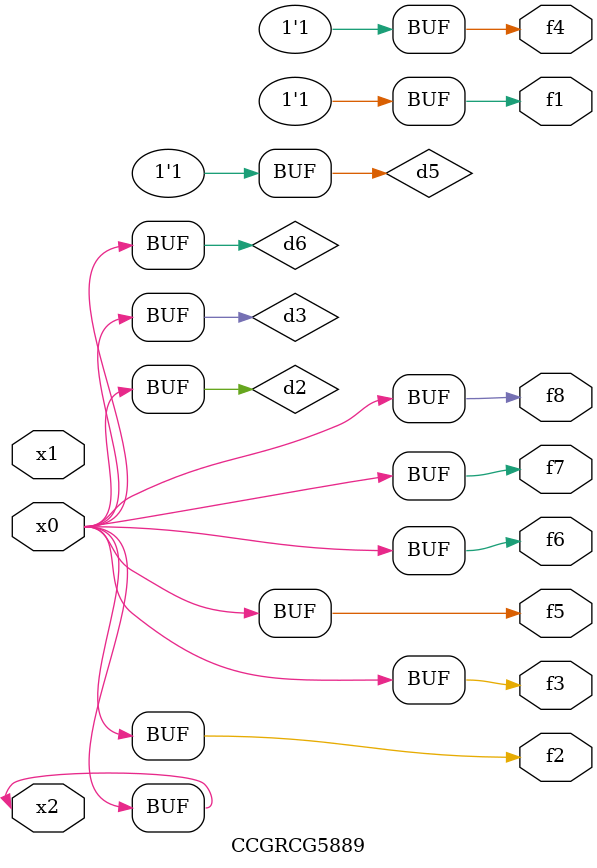
<source format=v>
module CCGRCG5889(
	input x0, x1, x2,
	output f1, f2, f3, f4, f5, f6, f7, f8
);

	wire d1, d2, d3, d4, d5, d6;

	xnor (d1, x2);
	buf (d2, x0, x2);
	and (d3, x0);
	xnor (d4, x1, x2);
	nand (d5, d1, d3);
	buf (d6, d2, d3);
	assign f1 = d5;
	assign f2 = d6;
	assign f3 = d6;
	assign f4 = d5;
	assign f5 = d6;
	assign f6 = d6;
	assign f7 = d6;
	assign f8 = d6;
endmodule

</source>
